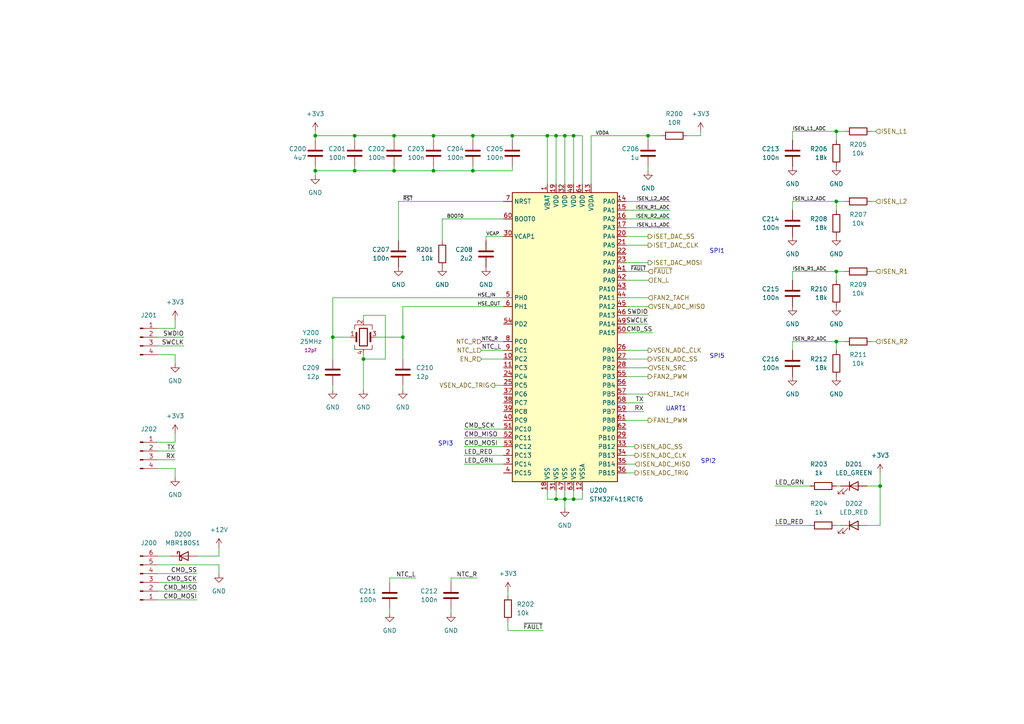
<source format=kicad_sch>
(kicad_sch (version 20211123) (generator eeschema)
  (paper "A4")
  (title_block (title "MCU") (company "Martin Kopka"))
  (lib_symbols
    (symbol "Connector:Conn_01x04_Male" (pin_names (offset 1.016) hide)
      (property "Reference" "J" (at 0 5.08 0))
      (property "Value" "Conn_01x04_Male" (at 0 -7.62 0))
      (symbol "Conn_01x04_Male_1_1"
        (polyline (pts (xy 1.27 -5.08) (xy 0.8636 -5.08)) (stroke (width 0.1524)))
        (polyline (pts (xy 1.27 -2.54) (xy 0.8636 -2.54)) (stroke (width 0.1524)))
        (polyline (pts (xy 1.27 0) (xy 0.8636 0)) (stroke (width 0.1524)))
        (polyline (pts (xy 1.27 2.54) (xy 0.8636 2.54)) (stroke (width 0.1524)))
        (rectangle (start 0.8636 -4.953) (end 0 -5.207) (stroke (width 0.1524)) (fill (type outline)))
        (rectangle (start 0.8636 -2.413) (end 0 -2.667) (stroke (width 0.1524)) (fill (type outline)))
        (rectangle (start 0.8636 0.127) (end 0 -0.127) (stroke (width 0.1524)) (fill (type outline)))
        (rectangle (start 0.8636 2.667) (end 0 2.413) (stroke (width 0.1524)) (fill (type outline)))
        (pin passive line (at 5.08 2.54 180) (length 3.81) (name "Pin_1") (number "1"))
        (pin passive line (at 5.08 0 180) (length 3.81) (name "Pin_2") (number "2"))
        (pin passive line (at 5.08 -2.54 180) (length 3.81) (name "Pin_3") (number "3"))
        (pin passive line (at 5.08 -5.08 180) (length 3.81) (name "Pin_4") (number "4"))
      )
    )
    (symbol "Connector:Conn_01x06_Male" (pin_names (offset 1.016) hide)
      (property "Reference" "J" (at 0 7.62 0))
      (property "Value" "Conn_01x06_Male" (at 0 -10.16 0))
      (symbol "Conn_01x06_Male_1_1"
        (polyline (pts (xy 1.27 -7.62) (xy 0.8636 -7.62)) (stroke (width 0.1524)))
        (polyline (pts (xy 1.27 -5.08) (xy 0.8636 -5.08)) (stroke (width 0.1524)))
        (polyline (pts (xy 1.27 -2.54) (xy 0.8636 -2.54)) (stroke (width 0.1524)))
        (polyline (pts (xy 1.27 0) (xy 0.8636 0)) (stroke (width 0.1524)))
        (polyline (pts (xy 1.27 2.54) (xy 0.8636 2.54)) (stroke (width 0.1524)))
        (polyline (pts (xy 1.27 5.08) (xy 0.8636 5.08)) (stroke (width 0.1524)))
        (rectangle (start 0.8636 -7.493) (end 0 -7.747) (stroke (width 0.1524)) (fill (type outline)))
        (rectangle (start 0.8636 -4.953) (end 0 -5.207) (stroke (width 0.1524)) (fill (type outline)))
        (rectangle (start 0.8636 -2.413) (end 0 -2.667) (stroke (width 0.1524)) (fill (type outline)))
        (rectangle (start 0.8636 0.127) (end 0 -0.127) (stroke (width 0.1524)) (fill (type outline)))
        (rectangle (start 0.8636 2.667) (end 0 2.413) (stroke (width 0.1524)) (fill (type outline)))
        (rectangle (start 0.8636 5.207) (end 0 4.953) (stroke (width 0.1524)) (fill (type outline)))
        (pin passive line (at 5.08 5.08 180) (length 3.81) (name "Pin_1") (number "1"))
        (pin passive line (at 5.08 2.54 180) (length 3.81) (name "Pin_2") (number "2"))
        (pin passive line (at 5.08 0 180) (length 3.81) (name "Pin_3") (number "3"))
        (pin passive line (at 5.08 -2.54 180) (length 3.81) (name "Pin_4") (number "4"))
        (pin passive line (at 5.08 -5.08 180) (length 3.81) (name "Pin_5") (number "5"))
        (pin passive line (at 5.08 -7.62 180) (length 3.81) (name "Pin_6") (number "6"))
      )
    )
    (symbol "Device:C" (pin_numbers hide) (pin_names (offset 0.254))
      (property "Reference" "C" (at 0.635 2.54 0))
      (property "Value" "C" (at 0.635 -2.54 0))
      (symbol "C_0_1"
        (polyline (pts (xy -2.032 -0.762) (xy 2.032 -0.762)) (stroke (width 0.508)))
        (polyline (pts (xy -2.032 0.762) (xy 2.032 0.762)) (stroke (width 0.508)))
      )
      (symbol "C_1_1"
        (pin passive line (at 0 3.81 270) (length 2.794) (name "~") (number "1"))
        (pin passive line (at 0 -3.81 90) (length 2.794) (name "~") (number "2"))
      )
    )
    (symbol "Device:Crystal_GND24" (pin_names (offset 1.016) hide)
      (property "Reference" "Y" (at 3.175 5.08 0))
      (property "Value" "Crystal_GND24" (at 3.175 3.175 0))
      (symbol "Crystal_GND24_0_1"
        (rectangle (start -1.143 2.54) (end 1.143 -2.54) (stroke (width 0.3048)))
        (polyline (pts (xy -2.54 0) (xy -2.032 0)))
        (polyline (pts (xy -2.032 -1.27) (xy -2.032 1.27)) (stroke (width 0.508)))
        (polyline (pts (xy 0 -3.81) (xy 0 -3.556)))
        (polyline (pts (xy 0 3.556) (xy 0 3.81)))
        (polyline (pts (xy 2.032 -1.27) (xy 2.032 1.27)) (stroke (width 0.508)))
        (polyline (pts (xy 2.032 0) (xy 2.54 0)))
        (polyline (pts (xy -2.54 -2.286) (xy -2.54 -3.556) (xy 2.54 -3.556) (xy 2.54 -2.286)))
        (polyline (pts (xy -2.54 2.286) (xy -2.54 3.556) (xy 2.54 3.556) (xy 2.54 2.286)))
      )
      (symbol "Crystal_GND24_1_1"
        (pin passive line (at -3.81 0 0) (length 1.27) (name "1") (number "1"))
        (pin passive line (at 0 5.08 270) (length 1.27) (name "2") (number "2"))
        (pin passive line (at 3.81 0 180) (length 1.27) (name "3") (number "3"))
        (pin passive line (at 0 -5.08 90) (length 1.27) (name "4") (number "4"))
      )
    )
    (symbol "Device:LED" (pin_numbers hide) (pin_names (offset 1.016) hide)
      (property "Reference" "D" (at 0 2.54 0))
      (property "Value" "LED" (at 0 -2.54 0))
      (symbol "LED_0_1"
        (polyline (pts (xy -1.27 -1.27) (xy -1.27 1.27)) (stroke (width 0.254)))
        (polyline (pts (xy -1.27 0) (xy 1.27 0)))
        (polyline (pts (xy 1.27 -1.27) (xy 1.27 1.27) (xy -1.27 0) (xy 1.27 -1.27)) (stroke (width 0.254)))
        (polyline (pts (xy -3.048 -0.762) (xy -4.572 -2.286) (xy -3.81 -2.286) (xy -4.572 -2.286) (xy -4.572 -1.524)))
        (polyline (pts (xy -1.778 -0.762) (xy -3.302 -2.286) (xy -2.54 -2.286) (xy -3.302 -2.286) (xy -3.302 -1.524)))
      )
      (symbol "LED_1_1"
        (pin passive line (at -3.81 0 0) (length 2.54) (name "K") (number "1"))
        (pin passive line (at 3.81 0 180) (length 2.54) (name "A") (number "2"))
      )
    )
    (symbol "Device:R" (pin_numbers hide) (pin_names (offset 0))
      (property "Reference" "R" (at 2.032 0 90))
      (property "Value" "R" (at 0 0 90))
      (symbol "R_0_1"
        (rectangle (start -1.016 -2.54) (end 1.016 2.54) (stroke (width 0.254)))
      )
      (symbol "R_1_1"
        (pin passive line (at 0 3.81 270) (length 1.27) (name "~") (number "1"))
        (pin passive line (at 0 -3.81 90) (length 1.27) (name "~") (number "2"))
      )
    )
    (symbol "MCU_ST_STM32F4:STM32F411RCTx"
      (property "Reference" "U" (at -15.24 41.91 0))
      (property "Value" "STM32F411RCTx" (at 10.16 41.91 0))
      (symbol "STM32F411RCTx_0_1"
        (rectangle (start -15.24 -43.18) (end 15.24 40.64) (stroke (width 0.254)) (fill (type background)))
      )
      (symbol "STM32F411RCTx_1_1"
        (pin power_in line (at -5.08 43.18 270) (length 2.54) (name "VBAT") (number "1"))
        (pin bidirectional line (at -17.78 -7.62 0) (length 2.54) (name "PC2") (number "10"))
        (pin bidirectional line (at -17.78 -10.16 0) (length 2.54) (name "PC3") (number "11"))
        (pin power_in line (at 5.08 -45.72 90) (length 2.54) (name "VSSA") (number "12"))
        (pin power_in line (at 7.62 43.18 270) (length 2.54) (name "VDDA") (number "13"))
        (pin bidirectional line (at 17.78 38.1 180) (length 2.54) (name "PA0") (number "14"))
        (pin bidirectional line (at 17.78 35.56 180) (length 2.54) (name "PA1") (number "15"))
        (pin bidirectional line (at 17.78 33.02 180) (length 2.54) (name "PA2") (number "16"))
        (pin bidirectional line (at 17.78 30.48 180) (length 2.54) (name "PA3") (number "17"))
        (pin power_in line (at -5.08 -45.72 90) (length 2.54) (name "VSS") (number "18"))
        (pin power_in line (at -2.54 43.18 270) (length 2.54) (name "VDD") (number "19"))
        (pin bidirectional line (at -17.78 -35.56 0) (length 2.54) (name "PC13") (number "2"))
        (pin bidirectional line (at 17.78 27.94 180) (length 2.54) (name "PA4") (number "20"))
        (pin bidirectional line (at 17.78 25.4 180) (length 2.54) (name "PA5") (number "21"))
        (pin bidirectional line (at 17.78 22.86 180) (length 2.54) (name "PA6") (number "22"))
        (pin bidirectional line (at 17.78 20.32 180) (length 2.54) (name "PA7") (number "23"))
        (pin bidirectional line (at -17.78 -12.7 0) (length 2.54) (name "PC4") (number "24"))
        (pin bidirectional line (at -17.78 -15.24 0) (length 2.54) (name "PC5") (number "25"))
        (pin bidirectional line (at 17.78 -5.08 180) (length 2.54) (name "PB0") (number "26"))
        (pin bidirectional line (at 17.78 -7.62 180) (length 2.54) (name "PB1") (number "27"))
        (pin bidirectional line (at 17.78 -10.16 180) (length 2.54) (name "PB2") (number "28"))
        (pin bidirectional line (at 17.78 -30.48 180) (length 2.54) (name "PB10") (number "29"))
        (pin bidirectional line (at -17.78 -38.1 0) (length 2.54) (name "PC14") (number "3"))
        (pin power_in line (at -17.78 27.94 0) (length 2.54) (name "VCAP1") (number "30"))
        (pin power_in line (at -2.54 -45.72 90) (length 2.54) (name "VSS") (number "31"))
        (pin power_in line (at 0 43.18 270) (length 2.54) (name "VDD") (number "32"))
        (pin bidirectional line (at 17.78 -33.02 180) (length 2.54) (name "PB12") (number "33"))
        (pin bidirectional line (at 17.78 -35.56 180) (length 2.54) (name "PB13") (number "34"))
        (pin bidirectional line (at 17.78 -38.1 180) (length 2.54) (name "PB14") (number "35"))
        (pin bidirectional line (at 17.78 -40.64 180) (length 2.54) (name "PB15") (number "36"))
        (pin bidirectional line (at -17.78 -17.78 0) (length 2.54) (name "PC6") (number "37"))
        (pin bidirectional line (at -17.78 -20.32 0) (length 2.54) (name "PC7") (number "38"))
        (pin bidirectional line (at -17.78 -22.86 0) (length 2.54) (name "PC8") (number "39"))
        (pin bidirectional line (at -17.78 -40.64 0) (length 2.54) (name "PC15") (number "4"))
        (pin bidirectional line (at -17.78 -25.4 0) (length 2.54) (name "PC9") (number "40"))
        (pin bidirectional line (at 17.78 17.78 180) (length 2.54) (name "PA8") (number "41"))
        (pin bidirectional line (at 17.78 15.24 180) (length 2.54) (name "PA9") (number "42"))
        (pin bidirectional line (at 17.78 12.7 180) (length 2.54) (name "PA10") (number "43"))
        (pin bidirectional line (at 17.78 10.16 180) (length 2.54) (name "PA11") (number "44"))
        (pin bidirectional line (at 17.78 7.62 180) (length 2.54) (name "PA12") (number "45"))
        (pin bidirectional line (at 17.78 5.08 180) (length 2.54) (name "PA13") (number "46"))
        (pin power_in line (at 0 -45.72 90) (length 2.54) (name "VSS") (number "47"))
        (pin power_in line (at 2.54 43.18 270) (length 2.54) (name "VDD") (number "48"))
        (pin bidirectional line (at 17.78 2.54 180) (length 2.54) (name "PA14") (number "49"))
        (pin input line (at -17.78 10.16 0) (length 2.54) (name "PH0") (number "5"))
        (pin bidirectional line (at 17.78 0 180) (length 2.54) (name "PA15") (number "50"))
        (pin bidirectional line (at -17.78 -27.94 0) (length 2.54) (name "PC10") (number "51"))
        (pin bidirectional line (at -17.78 -30.48 0) (length 2.54) (name "PC11") (number "52"))
        (pin bidirectional line (at -17.78 -33.02 0) (length 2.54) (name "PC12") (number "53"))
        (pin bidirectional line (at -17.78 2.54 0) (length 2.54) (name "PD2") (number "54"))
        (pin bidirectional line (at 17.78 -12.7 180) (length 2.54) (name "PB3") (number "55"))
        (pin bidirectional line (at 17.78 -15.24 180) (length 2.54) (name "PB4") (number "56"))
        (pin bidirectional line (at 17.78 -17.78 180) (length 2.54) (name "PB5") (number "57"))
        (pin bidirectional line (at 17.78 -20.32 180) (length 2.54) (name "PB6") (number "58"))
        (pin bidirectional line (at 17.78 -22.86 180) (length 2.54) (name "PB7") (number "59"))
        (pin input line (at -17.78 7.62 0) (length 2.54) (name "PH1") (number "6"))
        (pin input line (at -17.78 33.02 0) (length 2.54) (name "BOOT0") (number "60"))
        (pin bidirectional line (at 17.78 -25.4 180) (length 2.54) (name "PB8") (number "61"))
        (pin bidirectional line (at 17.78 -27.94 180) (length 2.54) (name "PB9") (number "62"))
        (pin power_in line (at 2.54 -45.72 90) (length 2.54) (name "VSS") (number "63"))
        (pin power_in line (at 5.08 43.18 270) (length 2.54) (name "VDD") (number "64"))
        (pin input line (at -17.78 38.1 0) (length 2.54) (name "NRST") (number "7"))
        (pin bidirectional line (at -17.78 -2.54 0) (length 2.54) (name "PC0") (number "8"))
        (pin bidirectional line (at -17.78 -5.08 0) (length 2.54) (name "PC1") (number "9"))
      )
    )
    (symbol "power:+12V" (power) (pin_names (offset 0))
      (property "Value" "+12V" (at 0 3.556 0))
      (symbol "+12V_0_1"
        (polyline (pts (xy -0.762 1.27) (xy 0 2.54)))
        (polyline (pts (xy 0 0) (xy 0 2.54)))
        (polyline (pts (xy 0 2.54) (xy 0.762 1.27)))
      )
      (symbol "+12V_1_1"
        (pin power_in line (at 0 0 90) (length 0) hide (name "+12V") (number "1"))
      )
    )
    (symbol "power:+3V3" (power) (pin_names (offset 0))
      (property "Value" "+3V3" (at 0 3.556 0))
      (symbol "+3V3_0_1"
        (polyline (pts (xy -0.762 1.27) (xy 0 2.54)))
        (polyline (pts (xy 0 0) (xy 0 2.54)))
        (polyline (pts (xy 0 2.54) (xy 0.762 1.27)))
      )
      (symbol "+3V3_1_1"
        (pin power_in line (at 0 0 90) (length 0) hide (name "+3V3") (number "1"))
      )
    )
    (symbol "power:GND" (power) (pin_names (offset 0))
      (property "Value" "GND" (at 0 -3.81 0))
      (symbol "GND_0_1"
        (polyline (pts (xy 0 0) (xy 0 -1.27) (xy 1.27 -1.27) (xy 0 -2.54) (xy -1.27 -1.27) (xy 0 -1.27)))
      )
      (symbol "GND_1_1"
        (pin power_in line (at 0 0 270) (length 0) hide (name "GND") (number "1"))
      )
    )
    (symbol "w-diode:MBR180S1"
      (property "Reference" "D" (at 0 5.08 0))
      (property "Value" "MBR180S1" (at 0 2.54 0))
      (symbol "MBR180S1_0_1"
        (polyline (pts (xy -1.27 0) (xy 1.27 0)))
        (polyline (pts (xy -1.27 -1.27) (xy -1.27 1.27) (xy 1.27 0) (xy -1.27 -1.27)) (stroke (width 0.254)))
        (polyline (pts (xy 1.905 -0.635) (xy 1.905 -1.27) (xy 1.27 -1.27) (xy 1.27 1.27) (xy 0.635 1.27) (xy 0.635 0.635)) (stroke (width 0.254)))
      )
      (symbol "MBR180S1_1_1"
        (pin passive line (at 3.81 0 180) (length 2.54) (name "K") (number "1"))
        (pin passive line (at -3.81 0 0) (length 2.54) (name "A") (number "2"))
      )
    )
  )
  (junction (at 125.73 49.53))
  (junction (at 163.83 144.78))
  (junction (at 242.57 38.1))
  (junction (at 91.44 49.53))
  (junction (at 125.73 39.37))
  (junction (at 158.75 39.37))
  (junction (at 105.41 104.14))
  (junction (at 166.37 144.78))
  (junction (at 91.44 39.37))
  (junction (at 242.57 99.06))
  (junction (at 114.3 49.53))
  (junction (at 96.52 97.79))
  (junction (at 161.29 39.37))
  (junction (at 166.37 39.37))
  (junction (at 116.84 97.79))
  (junction (at 242.57 78.74))
  (junction (at 137.16 49.53))
  (junction (at 102.87 49.53))
  (junction (at 102.87 39.37))
  (junction (at 148.59 39.37))
  (junction (at 187.96 39.37))
  (junction (at 255.27 140.97))
  (junction (at 161.29 144.78))
  (junction (at 114.3 39.37))
  (junction (at 137.16 39.37))
  (junction (at 242.57 58.42))
  (junction (at 163.83 39.37))
  (wire (pts (xy 229.87 38.1) (xy 242.57 38.1)))
  (wire (pts (xy 148.59 49.53) (xy 137.16 49.53)))
  (wire (pts (xy 255.27 137.16) (xy 255.27 140.97)))
  (wire (pts (xy 251.46 140.97) (xy 255.27 140.97)))
  (wire (pts (xy 115.57 69.85) (xy 115.57 58.42)))
  (wire (pts (xy 134.62 124.46) (xy 146.05 124.46)))
  (wire (pts (xy 114.3 40.64) (xy 114.3 39.37)))
  (wire (pts (xy 116.84 97.79) (xy 116.84 104.14)))
  (wire (pts (xy 134.62 134.62) (xy 146.05 134.62)))
  (wire (pts (xy 102.87 49.53) (xy 91.44 49.53)))
  (wire (pts (xy 242.57 58.42) (xy 242.57 60.96)))
  (wire (pts (xy 125.73 49.53) (xy 114.3 49.53)))
  (wire (pts (xy 168.91 142.24) (xy 168.91 144.78)))
  (wire (pts (xy 134.62 132.08) (xy 146.05 132.08)))
  (wire (pts (xy 181.61 60.96) (xy 194.31 60.96)))
  (wire (pts (xy 128.27 63.5) (xy 146.05 63.5)))
  (wire (pts (xy 181.61 91.44) (xy 187.96 91.44)))
  (wire (pts (xy 50.8 135.89) (xy 45.72 135.89)))
  (wire (pts (xy 138.43 167.64) (xy 130.81 167.64)))
  (wire (pts (xy 137.16 49.53) (xy 125.73 49.53)))
  (wire (pts (xy 125.73 39.37) (xy 114.3 39.37)))
  (wire (pts (xy 166.37 53.34) (xy 166.37 39.37)))
  (wire (pts (xy 105.41 91.44) (xy 111.76 91.44)))
  (wire (pts (xy 242.57 78.74) (xy 242.57 81.28)))
  (wire (pts (xy 252.73 58.42) (xy 254 58.42)))
  (wire (pts (xy 252.73 99.06) (xy 254 99.06)))
  (wire (pts (xy 158.75 144.78) (xy 158.75 142.24)))
  (wire (pts (xy 111.76 104.14) (xy 105.41 104.14)))
  (wire (pts (xy 224.79 152.4) (xy 234.95 152.4)))
  (wire (pts (xy 113.03 167.64) (xy 113.03 168.91)))
  (wire (pts (xy 181.61 88.9) (xy 187.96 88.9)))
  (wire (pts (xy 181.61 96.52) (xy 189.23 96.52)))
  (wire (pts (xy 229.87 60.96) (xy 229.87 58.42)))
  (wire (pts (xy 161.29 142.24) (xy 161.29 144.78)))
  (wire (pts (xy 157.48 182.88) (xy 147.32 182.88)))
  (wire (pts (xy 105.41 92.71) (xy 105.41 91.44)))
  (wire (pts (xy 252.73 78.74) (xy 254 78.74)))
  (wire (pts (xy 102.87 39.37) (xy 114.3 39.37)))
  (wire (pts (xy 140.97 69.85) (xy 140.97 68.58)))
  (wire (pts (xy 229.87 58.42) (xy 242.57 58.42)))
  (wire (pts (xy 166.37 142.24) (xy 166.37 144.78)))
  (wire (pts (xy 187.96 40.64) (xy 187.96 39.37)))
  (wire (pts (xy 137.16 39.37) (xy 148.59 39.37)))
  (wire (pts (xy 181.61 119.38) (xy 186.69 119.38)))
  (wire (pts (xy 181.61 101.6) (xy 187.96 101.6)))
  (wire (pts (xy 45.72 128.27) (xy 50.8 128.27)))
  (wire (pts (xy 45.72 166.37) (xy 57.15 166.37)))
  (wire (pts (xy 181.61 116.84) (xy 186.69 116.84)))
  (wire (pts (xy 91.44 49.53) (xy 91.44 48.26)))
  (wire (pts (xy 158.75 39.37) (xy 158.75 53.34)))
  (wire (pts (xy 181.61 86.36) (xy 187.96 86.36)))
  (wire (pts (xy 181.61 58.42) (xy 194.31 58.42)))
  (wire (pts (xy 45.72 100.33) (xy 53.34 100.33)))
  (wire (pts (xy 91.44 40.64) (xy 91.44 39.37)))
  (wire (pts (xy 128.27 69.85) (xy 128.27 63.5)))
  (wire (pts (xy 245.11 38.1) (xy 242.57 38.1)))
  (wire (pts (xy 203.2 39.37) (xy 203.2 38.1)))
  (wire (pts (xy 45.72 95.25) (xy 50.8 95.25)))
  (wire (pts (xy 181.61 63.5) (xy 194.31 63.5)))
  (wire (pts (xy 105.41 104.14) (xy 105.41 113.03)))
  (wire (pts (xy 50.8 102.87) (xy 45.72 102.87)))
  (wire (pts (xy 105.41 104.14) (xy 105.41 102.87)))
  (wire (pts (xy 45.72 171.45) (xy 57.15 171.45)))
  (wire (pts (xy 45.72 163.83) (xy 63.5 163.83)))
  (wire (pts (xy 91.44 39.37) (xy 102.87 39.37)))
  (wire (pts (xy 115.57 58.42) (xy 146.05 58.42)))
  (wire (pts (xy 251.46 152.4) (xy 255.27 152.4)))
  (wire (pts (xy 91.44 38.1) (xy 91.44 39.37)))
  (wire (pts (xy 171.45 39.37) (xy 171.45 53.34)))
  (wire (pts (xy 45.72 130.81) (xy 50.8 130.81)))
  (wire (pts (xy 102.87 49.53) (xy 102.87 48.26)))
  (wire (pts (xy 242.57 152.4) (xy 243.84 152.4)))
  (wire (pts (xy 168.91 53.34) (xy 168.91 39.37)))
  (wire (pts (xy 158.75 39.37) (xy 161.29 39.37)))
  (wire (pts (xy 181.61 114.3) (xy 187.96 114.3)))
  (wire (pts (xy 139.7 104.14) (xy 146.05 104.14)))
  (wire (pts (xy 168.91 144.78) (xy 166.37 144.78)))
  (wire (pts (xy 45.72 161.29) (xy 49.53 161.29)))
  (wire (pts (xy 114.3 49.53) (xy 102.87 49.53)))
  (wire (pts (xy 181.61 106.68) (xy 187.96 106.68)))
  (wire (pts (xy 229.87 81.28) (xy 229.87 78.74)))
  (wire (pts (xy 245.11 58.42) (xy 242.57 58.42)))
  (wire (pts (xy 96.52 86.36) (xy 96.52 97.79)))
  (wire (pts (xy 163.83 147.32) (xy 163.83 144.78)))
  (wire (pts (xy 63.5 166.37) (xy 63.5 163.83)))
  (wire (pts (xy 252.73 38.1) (xy 254 38.1)))
  (wire (pts (xy 199.39 39.37) (xy 203.2 39.37)))
  (wire (pts (xy 242.57 140.97) (xy 243.84 140.97)))
  (wire (pts (xy 224.79 140.97) (xy 234.95 140.97)))
  (wire (pts (xy 125.73 49.53) (xy 125.73 48.26)))
  (wire (pts (xy 134.62 129.54) (xy 146.05 129.54)))
  (wire (pts (xy 63.5 158.75) (xy 63.5 161.29)))
  (wire (pts (xy 148.59 39.37) (xy 148.59 40.64)))
  (wire (pts (xy 245.11 78.74) (xy 242.57 78.74)))
  (wire (pts (xy 181.61 104.14) (xy 187.96 104.14)))
  (wire (pts (xy 181.61 66.04) (xy 194.31 66.04)))
  (wire (pts (xy 181.61 137.16) (xy 184.15 137.16)))
  (wire (pts (xy 166.37 39.37) (xy 163.83 39.37)))
  (wire (pts (xy 114.3 49.53) (xy 114.3 48.26)))
  (wire (pts (xy 229.87 40.64) (xy 229.87 38.1)))
  (wire (pts (xy 113.03 176.53) (xy 113.03 177.8)))
  (wire (pts (xy 147.32 182.88) (xy 147.32 180.34)))
  (wire (pts (xy 181.61 132.08) (xy 184.15 132.08)))
  (wire (pts (xy 181.61 78.74) (xy 187.96 78.74)))
  (wire (pts (xy 45.72 133.35) (xy 50.8 133.35)))
  (wire (pts (xy 45.72 97.79) (xy 53.34 97.79)))
  (wire (pts (xy 163.83 53.34) (xy 163.83 39.37)))
  (wire (pts (xy 229.87 101.6) (xy 229.87 99.06)))
  (wire (pts (xy 168.91 39.37) (xy 166.37 39.37)))
  (wire (pts (xy 163.83 142.24) (xy 163.83 144.78)))
  (wire (pts (xy 96.52 97.79) (xy 101.6 97.79)))
  (wire (pts (xy 45.72 168.91) (xy 57.15 168.91)))
  (wire (pts (xy 120.65 167.64) (xy 113.03 167.64)))
  (wire (pts (xy 161.29 39.37) (xy 163.83 39.37)))
  (wire (pts (xy 139.7 99.06) (xy 146.05 99.06)))
  (wire (pts (xy 181.61 121.92) (xy 187.96 121.92)))
  (wire (pts (xy 134.62 127) (xy 146.05 127)))
  (wire (pts (xy 181.61 134.62) (xy 184.15 134.62)))
  (wire (pts (xy 96.52 86.36) (xy 146.05 86.36)))
  (wire (pts (xy 130.81 167.64) (xy 130.81 168.91)))
  (wire (pts (xy 147.32 171.45) (xy 147.32 172.72)))
  (wire (pts (xy 245.11 99.06) (xy 242.57 99.06)))
  (wire (pts (xy 143.51 111.76) (xy 146.05 111.76)))
  (wire (pts (xy 45.72 173.99) (xy 57.15 173.99)))
  (wire (pts (xy 171.45 39.37) (xy 187.96 39.37)))
  (wire (pts (xy 229.87 78.74) (xy 242.57 78.74)))
  (wire (pts (xy 181.61 129.54) (xy 184.15 129.54)))
  (wire (pts (xy 181.61 76.2) (xy 187.96 76.2)))
  (wire (pts (xy 139.7 101.6) (xy 146.05 101.6)))
  (wire (pts (xy 50.8 105.41) (xy 50.8 102.87)))
  (wire (pts (xy 137.16 39.37) (xy 125.73 39.37)))
  (wire (pts (xy 187.96 48.26) (xy 187.96 49.53)))
  (wire (pts (xy 161.29 144.78) (xy 158.75 144.78)))
  (wire (pts (xy 181.61 71.12) (xy 187.96 71.12)))
  (wire (pts (xy 255.27 140.97) (xy 255.27 152.4)))
  (wire (pts (xy 242.57 38.1) (xy 242.57 40.64)))
  (wire (pts (xy 116.84 111.76) (xy 116.84 113.03)))
  (wire (pts (xy 96.52 111.76) (xy 96.52 113.03)))
  (wire (pts (xy 50.8 95.25) (xy 50.8 92.71)))
  (wire (pts (xy 102.87 39.37) (xy 102.87 40.64)))
  (wire (pts (xy 163.83 144.78) (xy 161.29 144.78)))
  (wire (pts (xy 63.5 161.29) (xy 57.15 161.29)))
  (wire (pts (xy 140.97 68.58) (xy 146.05 68.58)))
  (wire (pts (xy 161.29 39.37) (xy 161.29 53.34)))
  (wire (pts (xy 91.44 49.53) (xy 91.44 50.8)))
  (wire (pts (xy 148.59 48.26) (xy 148.59 49.53)))
  (wire (pts (xy 181.61 81.28) (xy 187.96 81.28)))
  (wire (pts (xy 181.61 68.58) (xy 187.96 68.58)))
  (wire (pts (xy 116.84 88.9) (xy 146.05 88.9)))
  (wire (pts (xy 109.22 97.79) (xy 116.84 97.79)))
  (wire (pts (xy 137.16 48.26) (xy 137.16 49.53)))
  (wire (pts (xy 111.76 91.44) (xy 111.76 104.14)))
  (wire (pts (xy 116.84 97.79) (xy 116.84 88.9)))
  (wire (pts (xy 148.59 39.37) (xy 158.75 39.37)))
  (wire (pts (xy 125.73 40.64) (xy 125.73 39.37)))
  (wire (pts (xy 50.8 128.27) (xy 50.8 125.73)))
  (wire (pts (xy 50.8 138.43) (xy 50.8 135.89)))
  (wire (pts (xy 187.96 39.37) (xy 191.77 39.37)))
  (wire (pts (xy 229.87 99.06) (xy 242.57 99.06)))
  (wire (pts (xy 166.37 144.78) (xy 163.83 144.78)))
  (wire (pts (xy 137.16 40.64) (xy 137.16 39.37)))
  (wire (pts (xy 96.52 97.79) (xy 96.52 104.14)))
  (wire (pts (xy 130.81 176.53) (xy 130.81 177.8)))
  (wire (pts (xy 181.61 93.98) (xy 187.96 93.98)))
  (wire (pts (xy 242.57 99.06) (xy 242.57 101.6)))
  (wire (pts (xy 181.61 109.22) (xy 187.96 109.22)))
  (text "SPI3" (at 127 129.54 0) (effects (font (size 1.27 1.27)) (justify left bottom)))
  (text "SPI1" (at 205.74 73.66 0) (effects (font (size 1.27 1.27)) (justify left bottom)))
  (text "SPI2" (at 203.2 134.62 0) (effects (font (size 1.27 1.27)) (justify left bottom)))
  (text "SPI5" (at 205.74 104.14 0) (effects (font (size 1.27 1.27)) (justify left bottom)))
  (text "UART1" (at 193.04 119.38 0) (effects (font (size 1.27 1.27)) (justify left bottom)))
  (label "~{RST}" (at 116.84 58.42 0) (effects (font (size 1 1))))
  (label "SWDIO" (at 187.96 91.44 180))
  (label "CMD_SS" (at 189.23 96.52 180))
  (label "ISEN_L1_ADC" (at 229.87 38.1 0) (effects (font (size 1 1))))
  (label "ISEN_L2_ADC" (at 194.31 58.42 180) (effects (font (size 1 1))))
  (label "NTC_L" (at 120.65 167.64 180))
  (label "LED_GRN" (at 224.79 140.97 0))
  (label "SWCLK" (at 187.96 93.98 180))
  (label "HSE_IN" (at 138.43 86.36 0) (effects (font (size 1 1))))
  (label "ISEN_R1_ADC" (at 229.87 78.74 0) (effects (font (size 1 1))))
  (label "BOOT0" (at 129.54 63.5 0) (effects (font (size 1 1))))
  (label "ISEN_L1_ADC" (at 194.31 66.04 180) (effects (font (size 1 1))))
  (label "ISEN_R1_ADC" (at 194.31 60.96 180) (effects (font (size 1 1))))
  (label "ISEN_R2_ADC" (at 194.31 63.5 180) (effects (font (size 1 1))))
  (label "VDDA" (at 172.72 39.37 0) (effects (font (size 1 1))))
  (label "NTC_R" (at 138.43 167.64 180))
  (label "CMD_MOSI" (at 57.15 173.99 180))
  (label "CMD_SS" (at 57.15 166.37 180))
  (label "NTC_R" (at 139.7 99.06 0) (effects (font (size 1 1))))
  (label "RX" (at 50.8 133.35 180))
  (label "LED_RED" (at 134.62 132.08 0))
  (label "ISEN_R2_ADC" (at 229.87 99.06 0) (effects (font (size 1 1))))
  (label "CMD_SCK" (at 57.15 168.91 180))
  (label "LED_GRN" (at 134.62 134.62 0))
  (label "SWDIO" (at 53.34 97.79 180))
  (label "NTC_L" (at 139.7 101.6 0))
  (label "ISEN_L2_ADC" (at 229.87 58.42 0) (effects (font (size 1 1))))
  (label "TX" (at 50.8 130.81 180))
  (label "~{FAULT}" (at 182.88 78.74 0) (effects (font (size 1 1))))
  (label "VCAP" (at 140.97 68.58 0) (effects (font (size 1 1))))
  (label "RX" (at 186.69 119.38 180))
  (label "HSE_OUT" (at 138.43 88.9 0) (effects (font (size 1 1))))
  (label "~{FAULT}" (at 157.48 182.88 180))
  (label "TX" (at 186.69 116.84 180))
  (label "CMD_MOSI" (at 134.62 129.54 0))
  (label "CMD_MISO" (at 57.15 171.45 180))
  (label "CMD_SCK" (at 134.62 124.46 0))
  (label "CMD_MISO" (at 134.62 127 0))
  (label "LED_RED" (at 224.79 152.4 0))
  (label "SWCLK" (at 53.34 100.33 180))
  (hierarchical_label "VSEN_ADC_CLK" (shape output) (at 187.96 101.6 0))
  (hierarchical_label "FAN1_TACH" (shape input) (at 187.96 114.3 0))
  (hierarchical_label "VSEN_SRC" (shape input) (at 187.96 106.68 0))
  (hierarchical_label "ISEN_ADC_MISO" (shape input) (at 184.15 134.62 0))
  (hierarchical_label "VSEN_ADC_TRIG" (shape output) (at 143.51 111.76 180))
  (hierarchical_label "VSEN_ADC_SS" (shape output) (at 187.96 104.14 0))
  (hierarchical_label "ISEN_ADC_TRIG" (shape output) (at 184.15 137.16 0))
  (hierarchical_label "NTC_R" (shape input) (at 139.7 99.06 180))
  (hierarchical_label "ISET_DAC_CLK" (shape output) (at 187.96 71.12 0))
  (hierarchical_label "ISET_DAC_MOSI" (shape output) (at 187.96 76.2 0))
  (hierarchical_label "FAN2_PWM" (shape output) (at 187.96 109.22 0))
  (hierarchical_label "FAN2_TACH" (shape input) (at 187.96 86.36 0))
  (hierarchical_label "ISEN_ADC_CLK" (shape output) (at 184.15 132.08 0))
  (hierarchical_label "FAN1_PWM" (shape output) (at 187.96 121.92 0))
  (hierarchical_label "ISET_DAC_SS" (shape output) (at 187.96 68.58 0))
  (hierarchical_label "ISEN_ADC_SS" (shape output) (at 184.15 129.54 0))
  (hierarchical_label "EN_L" (shape input) (at 187.96 81.28 0))
  (hierarchical_label "ISEN_L1" (shape input) (at 254 38.1 0))
  (hierarchical_label "NTC_L" (shape input) (at 139.7 101.6 180))
  (hierarchical_label "~{FAULT}" (shape input) (at 187.96 78.74 0))
  (hierarchical_label "VSEN_ADC_MISO" (shape input) (at 187.96 88.9 0))
  (hierarchical_label "ISEN_R2" (shape input) (at 254 99.06 0))
  (hierarchical_label "ISEN_L2" (shape input) (at 254 58.42 0))
  (hierarchical_label "EN_R" (shape input) (at 139.7 104.14 180))
  (hierarchical_label "ISEN_R1" (shape input) (at 254 78.74 0))
  (symbol (lib_id "power:+12V") (at 63.5 158.75 0) (unit 1)
    (property "Reference" "#PWR0139" (effects hide))
    (property "Value" "+12V" (at 63.5 153.67 0))
  )
  (symbol (lib_id "Device:C") (at 140.97 73.66 0) (unit 1)
    (property "Reference" "C208" (at 137.16 72.39 0) (effects (justify right)))
    (property "Value" "2u2" (at 137.16 74.93 0) (effects (justify right)))
    (property "Footprint" "Capacitor_SMD:C_0603_1608Metric" (effects hide))
  )
  (symbol (lib_id "power:GND") (at 242.57 48.26 0) (unit 1)
    (property "Reference" "#PWR0211" (effects hide))
    (property "Value" "GND" (at 242.57 53.34 0))
  )
  (symbol (lib_id "Connector:Conn_01x04_Male") (at 40.64 97.79 0) (unit 1)
    (property "Reference" "J201" (at 43.18 91.44 0))
    (property "Value" "Conn_01x04_Male" (effects hide))
    (property "Footprint" "Connector_PinHeader_2.54mm:PinHeader_1x04_P2.54mm_Vertical" (effects hide))
  )
  (symbol (lib_id "power:+3V3") (at 50.8 92.71 0) (unit 1)
    (property "Reference" "#PWR0184" (effects hide))
    (property "Value" "+3V3" (at 50.8 87.63 0))
  )
  (symbol (lib_id "Device:C") (at 229.87 105.41 0) (unit 1)
    (property "Reference" "C216" (at 226.06 104.14 0) (effects (justify right)))
    (property "Value" "100n" (at 226.06 106.68 0) (effects (justify right)))
    (property "Footprint" "Capacitor_SMD:C_0603_1608Metric" (effects hide))
  )
  (symbol (lib_id "power:GND") (at 128.27 77.47 0) (unit 1)
    (property "Reference" "#PWR0188" (effects hide))
    (property "Value" "GND" (at 128.27 82.55 0))
  )
  (symbol (lib_id "power:+3V3") (at 255.27 137.16 0) (unit 1)
    (property "Reference" "#PWR0191" (effects hide))
    (property "Value" "+3V3" (at 255.27 132.08 0))
  )
  (symbol (lib_id "Device:C") (at 137.16 44.45 0) (unit 1)
    (property "Reference" "C204" (at 134.62 43.18 0) (effects (justify right)))
    (property "Value" "100n" (at 134.62 45.72 0) (effects (justify right)))
    (property "Footprint" "Capacitor_SMD:C_0603_1608Metric" (effects hide))
  )
  (symbol (lib_id "Connector:Conn_01x04_Male") (at 40.64 130.81 0) (unit 1)
    (property "Reference" "J202" (at 43.18 124.46 0))
    (property "Value" "Conn_01x04_Male" (effects hide))
    (property "Footprint" "Connector_PinHeader_2.54mm:PinHeader_1x04_P2.54mm_Vertical" (effects hide))
  )
  (symbol (lib_id "Device:LED") (at 247.65 152.4 0) (unit 1)
    (property "Reference" "D202" (at 247.65 146.05 0))
    (property "Value" "LED_RED" (at 247.65 148.59 0))
    (property "Footprint" "w-opto:LED 0603" (effects hide))
  )
  (symbol (lib_id "power:GND") (at 242.57 109.22 0) (unit 1)
    (property "Reference" "#PWR0210" (effects hide))
    (property "Value" "GND" (at 242.57 114.3 0))
  )
  (symbol (lib_id "Device:C") (at 229.87 85.09 0) (unit 1)
    (property "Reference" "C215" (at 226.06 83.82 0) (effects (justify right)))
    (property "Value" "100n" (at 226.06 86.36 0) (effects (justify right)))
    (property "Footprint" "Capacitor_SMD:C_0603_1608Metric" (effects hide))
  )
  (symbol (lib_id "w-diode:MBR180S1") (at 53.34 161.29 180) (unit 1)
    (property "Reference" "D200" (at 53.0225 154.94 0))
    (property "Value" "MBR180S1" (at 53.0225 157.48 0))
    (property "Footprint" "w-diode:SOD-123LF" (effects hide))
    (property "Datasheet" "https://www.diodes.com/assets/Datasheets/MBR180S1.pdf" (effects hide))
  )
  (symbol (lib_id "power:GND") (at 229.87 68.58 0) (unit 1)
    (property "Reference" "#PWR0214" (effects hide))
    (property "Value" "GND" (at 229.87 73.66 0))
  )
  (symbol (lib_id "Device:C") (at 113.03 172.72 0) (unit 1)
    (property "Reference" "C211" (at 109.22 171.45 0) (effects (justify right)))
    (property "Value" "100n" (at 109.22 173.99 0) (effects (justify right)))
    (property "Footprint" "Capacitor_SMD:C_0603_1608Metric" (effects hide))
  )
  (symbol (lib_id "power:GND") (at 50.8 138.43 0) (unit 1)
    (property "Reference" "#PWR0189" (effects hide))
    (property "Value" "GND" (at 50.8 143.51 0))
  )
  (symbol (lib_id "power:GND") (at 50.8 105.41 0) (unit 1)
    (property "Reference" "#PWR0185" (effects hide))
    (property "Value" "GND" (at 50.8 110.49 0))
  )
  (symbol (lib_id "Device:R") (at 248.92 38.1 270) (unit 1)
    (property "Reference" "R205" (at 248.92 41.91 90))
    (property "Value" "10k" (at 248.92 44.45 90))
    (property "Footprint" "Resistor_SMD:R_0603_1608Metric" (effects hide))
  )
  (symbol (lib_id "Connector:Conn_01x06_Male") (at 40.64 168.91 0) (mirror x) (unit 1)
    (property "Reference" "J200" (at 43.18 157.48 0))
    (property "Value" "Conn_01x06_Male" (effects hide))
    (property "Footprint" "Connector_PinHeader_2.54mm:PinHeader_1x06_P2.54mm_Horizontal" (effects hide))
  )
  (symbol (lib_id "power:GND") (at 229.87 109.22 0) (unit 1)
    (property "Reference" "#PWR0209" (effects hide))
    (property "Value" "GND" (at 229.87 114.3 0))
  )
  (symbol (lib_id "Device:R") (at 242.57 105.41 0) (unit 1)
    (property "Reference" "R212" (at 240.03 104.14 0) (effects (justify right)))
    (property "Value" "18k" (at 240.03 106.68 0) (effects (justify right)))
    (property "Footprint" "Resistor_SMD:R_0603_1608Metric" (effects hide))
  )
  (symbol (lib_id "Device:C") (at 114.3 44.45 0) (unit 1)
    (property "Reference" "C202" (at 111.76 43.18 0) (effects (justify right)))
    (property "Value" "100n" (at 111.76 45.72 0) (effects (justify right)))
    (property "Footprint" "Capacitor_SMD:C_0603_1608Metric" (effects hide))
  )
  (symbol (lib_id "Device:C") (at 91.44 44.45 0) (unit 1)
    (property "Reference" "C200" (at 88.9 43.18 0) (effects (justify right)))
    (property "Value" "4u7" (at 88.9 45.72 0) (effects (justify right)))
    (property "Footprint" "Capacitor_SMD:C_0603_1608Metric" (effects hide))
  )
  (symbol (lib_id "Device:C") (at 229.87 44.45 0) (unit 1)
    (property "Reference" "C213" (at 226.06 43.18 0) (effects (justify right)))
    (property "Value" "100n" (at 226.06 45.72 0) (effects (justify right)))
    (property "Footprint" "Capacitor_SMD:C_0603_1608Metric" (effects hide))
  )
  (symbol (lib_id "power:+3V3") (at 50.8 125.73 0) (unit 1)
    (property "Reference" "#PWR0190" (effects hide))
    (property "Value" "+3V3" (at 50.8 120.65 0))
  )
  (symbol (lib_id "power:GND") (at 242.57 88.9 0) (unit 1)
    (property "Reference" "#PWR0215" (effects hide))
    (property "Value" "GND" (at 242.57 93.98 0))
  )
  (symbol (lib_id "power:GND") (at 91.44 50.8 0) (unit 1)
    (property "Reference" "#PWR0174" (effects hide))
    (property "Value" "GND" (at 91.44 55.88 0))
  )
  (symbol (lib_id "Device:Crystal_GND24") (at 105.41 97.79 0) (unit 1)
    (property "Reference" "Y200" (at 90.17 96.52 0))
    (property "Value" "25MHz" (at 90.17 99.06 0))
    (property "Footprint" "w-crystal:Crystal 3225 3.2x2.5mm 4pin" (effects hide))
    (property "CL" "12pF" (at 90.17 101.6 0) (effects (font (size 1 1))))
    (property "Part" "ECS-250-12-33-AGN-TR3" (effects hide))
  )
  (symbol (lib_id "Device:C") (at 96.52 107.95 0) (unit 1)
    (property "Reference" "C209" (at 92.71 106.68 0) (effects (justify right)))
    (property "Value" "12p" (at 92.71 109.22 0) (effects (justify right)))
    (property "Footprint" "Capacitor_SMD:C_0603_1608Metric" (effects hide))
  )
  (symbol (lib_id "Device:R") (at 248.92 99.06 270) (unit 1)
    (property "Reference" "R211" (at 248.92 102.87 90))
    (property "Value" "10k" (at 248.92 105.41 90))
    (property "Footprint" "Resistor_SMD:R_0603_1608Metric" (effects hide))
  )
  (symbol (lib_id "Device:LED") (at 247.65 140.97 0) (unit 1)
    (property "Reference" "D201" (at 247.65 134.62 0))
    (property "Value" "LED_GREEN" (at 247.65 137.16 0))
    (property "Footprint" "w-opto:LED 0603" (effects hide))
  )
  (symbol (lib_id "power:GND") (at 140.97 77.47 0) (unit 1)
    (property "Reference" "#PWR0171" (effects hide))
    (property "Value" "GND" (at 140.97 82.55 0))
  )
  (symbol (lib_id "MCU_ST_STM32F4:STM32F411RCTx") (at 163.83 96.52 0) (unit 1)
    (property "Reference" "U200" (at 170.9294 142.24 0) (effects (justify left)))
    (property "Value" "STM32F411RCT6" (at 170.9294 144.78 0) (effects (justify left)))
    (property "Footprint" "Package_QFP:LQFP-64_10x10mm_P0.5mm" (effects hide))
    (property "Datasheet" "http://www.st.com/st-web-ui/static/active/en/resource/technical/document/datasheet/DM00115249.pdf" (effects hide))
  )
  (symbol (lib_id "power:GND") (at 242.57 68.58 0) (unit 1)
    (property "Reference" "#PWR0213" (effects hide))
    (property "Value" "GND" (at 242.57 73.66 0))
  )
  (symbol (lib_id "Device:R") (at 242.57 64.77 0) (unit 1)
    (property "Reference" "R208" (at 240.03 63.5 0) (effects (justify right)))
    (property "Value" "18k" (at 240.03 66.04 0) (effects (justify right)))
    (property "Footprint" "Resistor_SMD:R_0603_1608Metric" (effects hide))
  )
  (symbol (lib_id "Device:R") (at 147.32 176.53 0) (unit 1)
    (property "Reference" "R202" (at 149.86 175.26 0) (effects (justify left)))
    (property "Value" "10k" (at 149.86 177.8 0) (effects (justify left)))
    (property "Footprint" "Resistor_SMD:R_0603_1608Metric" (effects hide))
  )
  (symbol (lib_id "Device:R") (at 128.27 73.66 180) (unit 1)
    (property "Reference" "R201" (at 125.73 72.39 0) (effects (justify left)))
    (property "Value" "10k" (at 125.73 74.93 0) (effects (justify left)))
    (property "Footprint" "Resistor_SMD:R_0603_1608Metric" (effects hide))
  )
  (symbol (lib_id "power:GND") (at 229.87 88.9 0) (unit 1)
    (property "Reference" "#PWR0216" (effects hide))
    (property "Value" "GND" (at 229.87 93.98 0))
  )
  (symbol (lib_id "power:GND") (at 105.41 113.03 0) (unit 1)
    (property "Reference" "#PWR0183" (effects hide))
    (property "Value" "GND" (at 105.41 118.11 0))
  )
  (symbol (lib_id "Device:C") (at 115.57 73.66 0) (unit 1)
    (property "Reference" "C207" (at 113.03 72.39 0) (effects (justify right)))
    (property "Value" "100n" (at 113.03 74.93 0) (effects (justify right)))
    (property "Footprint" "Capacitor_SMD:C_0603_1608Metric" (effects hide))
  )
  (symbol (lib_id "power:GND") (at 229.87 48.26 0) (unit 1)
    (property "Reference" "#PWR0212" (effects hide))
    (property "Value" "GND" (at 229.87 53.34 0))
  )
  (symbol (lib_id "Device:C") (at 102.87 44.45 0) (unit 1)
    (property "Reference" "C201" (at 100.33 43.18 0) (effects (justify right)))
    (property "Value" "100n" (at 100.33 45.72 0) (effects (justify right)))
    (property "Footprint" "Capacitor_SMD:C_0603_1608Metric" (effects hide))
  )
  (symbol (lib_id "power:GND") (at 116.84 113.03 0) (unit 1)
    (property "Reference" "#PWR0182" (effects hide))
    (property "Value" "GND" (at 116.84 118.11 0))
  )
  (symbol (lib_id "power:+3V3") (at 147.32 171.45 0) (unit 1)
    (property "Reference" "#PWR0217" (effects hide))
    (property "Value" "+3V3" (at 147.32 166.37 0))
  )
  (symbol (lib_id "Device:C") (at 187.96 44.45 0) (unit 1)
    (property "Reference" "C206" (at 185.42 43.18 0) (effects (justify right)))
    (property "Value" "1u" (at 185.42 45.72 0) (effects (justify right)))
    (property "Footprint" "Capacitor_SMD:C_0603_1608Metric" (effects hide))
  )
  (symbol (lib_id "power:GND") (at 115.57 77.47 0) (unit 1)
    (property "Reference" "#PWR0187" (effects hide))
    (property "Value" "GND" (at 115.57 82.55 0))
  )
  (symbol (lib_id "power:GND") (at 187.96 49.53 0) (unit 1)
    (property "Reference" "#PWR0172" (effects hide))
    (property "Value" "GND" (at 187.96 54.61 0))
  )
  (symbol (lib_id "Device:R") (at 248.92 78.74 270) (unit 1)
    (property "Reference" "R209" (at 248.92 82.55 90))
    (property "Value" "10k" (at 248.92 85.09 90))
    (property "Footprint" "Resistor_SMD:R_0603_1608Metric" (effects hide))
  )
  (symbol (lib_id "Device:C") (at 130.81 172.72 0) (unit 1)
    (property "Reference" "C212" (at 127 171.45 0) (effects (justify right)))
    (property "Value" "100n" (at 127 173.99 0) (effects (justify right)))
    (property "Footprint" "Capacitor_SMD:C_0603_1608Metric" (effects hide))
  )
  (symbol (lib_id "power:+3V3") (at 203.2 38.1 0) (unit 1)
    (property "Reference" "#PWR0170" (effects hide))
    (property "Value" "+3V3" (at 203.2 33.02 0))
  )
  (symbol (lib_id "Device:C") (at 125.73 44.45 0) (unit 1)
    (property "Reference" "C203" (at 123.19 43.18 0) (effects (justify right)))
    (property "Value" "100n" (at 123.19 45.72 0) (effects (justify right)))
    (property "Footprint" "Capacitor_SMD:C_0603_1608Metric" (effects hide))
  )
  (symbol (lib_id "power:GND") (at 96.52 113.03 0) (unit 1)
    (property "Reference" "#PWR0186" (effects hide))
    (property "Value" "GND" (at 96.52 118.11 0))
  )
  (symbol (lib_id "Device:C") (at 229.87 64.77 0) (unit 1)
    (property "Reference" "C214" (at 226.06 63.5 0) (effects (justify right)))
    (property "Value" "100n" (at 226.06 66.04 0) (effects (justify right)))
    (property "Footprint" "Capacitor_SMD:C_0603_1608Metric" (effects hide))
  )
  (symbol (lib_id "Device:R") (at 248.92 58.42 270) (unit 1)
    (property "Reference" "R207" (at 248.92 62.23 90))
    (property "Value" "10k" (at 248.92 64.77 90))
    (property "Footprint" "Resistor_SMD:R_0603_1608Metric" (effects hide))
  )
  (symbol (lib_id "power:GND") (at 113.03 177.8 0) (unit 1)
    (property "Reference" "#PWR0207" (effects hide))
    (property "Value" "GND" (at 113.03 182.88 0))
  )
  (symbol (lib_id "Device:R") (at 238.76 140.97 90) (unit 1)
    (property "Reference" "R203" (at 237.49 134.62 90))
    (property "Value" "1k" (at 237.49 137.16 90))
    (property "Footprint" "Resistor_SMD:R_0603_1608Metric" (effects hide))
  )
  (symbol (lib_id "Device:C") (at 148.59 44.45 0) (unit 1)
    (property "Reference" "C205" (at 146.05 43.18 0) (effects (justify right)))
    (property "Value" "100n" (at 146.05 45.72 0) (effects (justify right)))
    (property "Footprint" "Capacitor_SMD:C_0603_1608Metric" (effects hide))
  )
  (symbol (lib_id "power:GND") (at 63.5 166.37 0) (unit 1)
    (property "Reference" "#PWR0166" (effects hide))
    (property "Value" "GND" (at 63.5 171.45 0))
  )
  (symbol (lib_id "Device:R") (at 242.57 44.45 0) (unit 1)
    (property "Reference" "R206" (at 240.03 43.18 0) (effects (justify right)))
    (property "Value" "18k" (at 240.03 45.72 0) (effects (justify right)))
    (property "Footprint" "Resistor_SMD:R_0603_1608Metric" (effects hide))
  )
  (symbol (lib_id "power:GND") (at 163.83 147.32 0) (unit 1)
    (property "Reference" "#PWR0138" (effects hide))
    (property "Value" "GND" (at 163.83 152.4 0))
  )
  (symbol (lib_id "Device:R") (at 242.57 85.09 0) (unit 1)
    (property "Reference" "R210" (at 240.03 83.82 0) (effects (justify right)))
    (property "Value" "18k" (at 240.03 86.36 0) (effects (justify right)))
    (property "Footprint" "Resistor_SMD:R_0603_1608Metric" (effects hide))
  )
  (symbol (lib_id "power:GND") (at 130.81 177.8 0) (unit 1)
    (property "Reference" "#PWR0206" (effects hide))
    (property "Value" "GND" (at 130.81 182.88 0))
  )
  (symbol (lib_id "Device:R") (at 195.58 39.37 90) (unit 1)
    (property "Reference" "R200" (at 195.58 33.02 90))
    (property "Value" "10R" (at 195.58 35.56 90))
    (property "Footprint" "Resistor_SMD:R_0603_1608Metric" (effects hide))
  )
  (symbol (lib_id "Device:R") (at 238.76 152.4 90) (unit 1)
    (property "Reference" "R204" (at 237.49 146.05 90))
    (property "Value" "1k" (at 237.49 148.59 90))
    (property "Footprint" "Resistor_SMD:R_0603_1608Metric" (effects hide))
  )
  (symbol (lib_id "Device:C") (at 116.84 107.95 0) (unit 1)
    (property "Reference" "C210" (at 120.65 106.68 0) (effects (justify left)))
    (property "Value" "12p" (at 120.65 109.22 0) (effects (justify left)))
    (property "Footprint" "Capacitor_SMD:C_0603_1608Metric" (effects hide))
  )
  (symbol (lib_id "power:+3V3") (at 91.44 38.1 0) (unit 1)
    (property "Reference" "#PWR0173" (effects hide))
    (property "Value" "+3V3" (at 91.44 33.02 0))
  )
)
</source>
